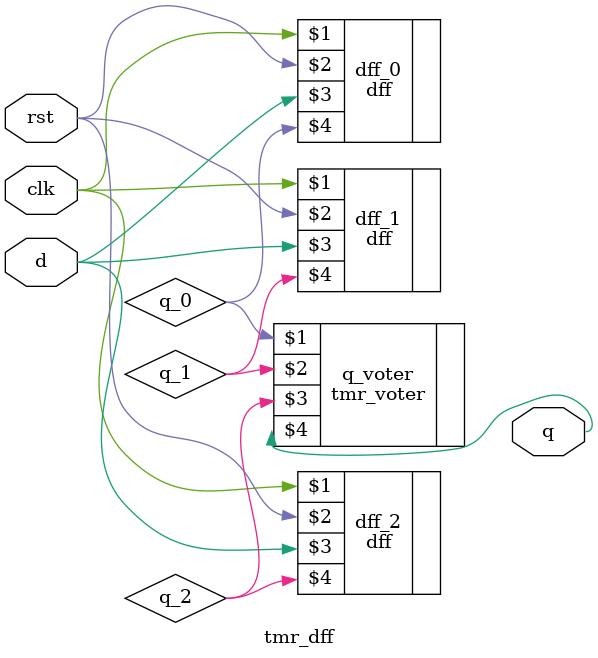
<source format=sv>
module tmr_dff
#(
	parameter bits = 1
)
(
	input logic clk,
	input logic rst,
	input logic [bits-1:0] d,
	output logic [bits-1:0] q
);

	logic [bits-1:0] q_0;
	(* dont_touch = "true" *) dff #(bits) dff_0(clk, rst, d, q_0);
	logic [bits-1:0] q_1;
	(* dont_touch = "true" *) dff #(bits) dff_1(clk, rst, d, q_1);
	logic [bits-1:0] q_2;
	(* dont_touch = "true" *) dff #(bits) dff_2(clk, rst, d, q_2);

	tmr_voter #(bits) q_voter(q_0, q_1, q_2, q);

endmodule
</source>
